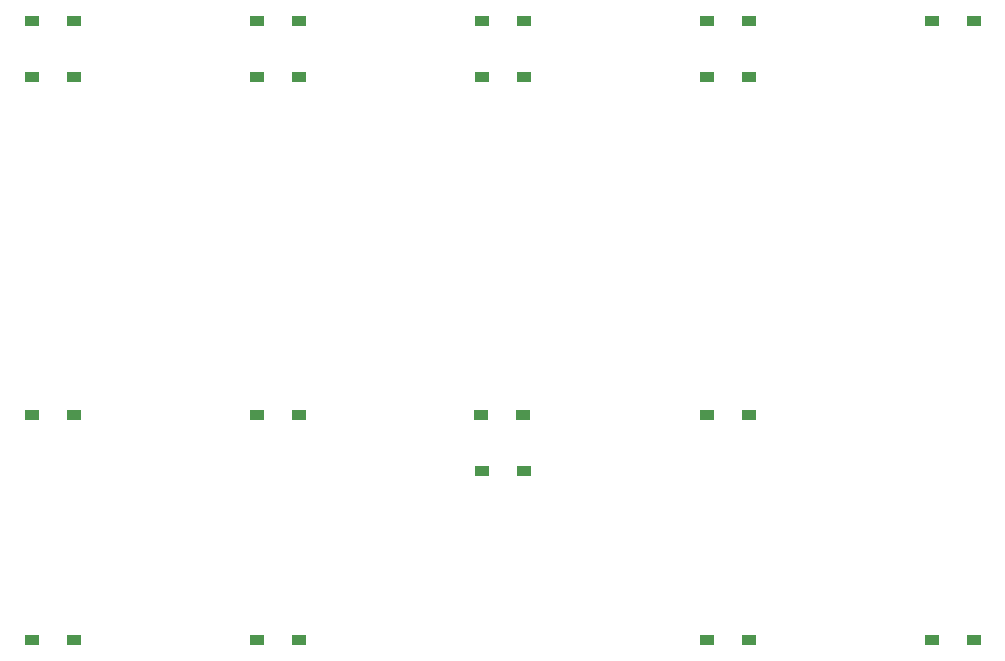
<source format=gbr>
G04 #@! TF.GenerationSoftware,KiCad,Pcbnew,(5.1.2)-2*
G04 #@! TF.CreationDate,2019-12-29T19:31:18+08:00*
G04 #@! TF.ProjectId,redox-receiver,7265646f-782d-4726-9563-65697665722e,rev?*
G04 #@! TF.SameCoordinates,Original*
G04 #@! TF.FileFunction,Paste,Top*
G04 #@! TF.FilePolarity,Positive*
%FSLAX46Y46*%
G04 Gerber Fmt 4.6, Leading zero omitted, Abs format (unit mm)*
G04 Created by KiCad (PCBNEW (5.1.2)-2) date 2019-12-29 19:31:18*
%MOMM*%
%LPD*%
G04 APERTURE LIST*
%ADD10R,1.300000X0.950000*%
G04 APERTURE END LIST*
D10*
X163700000Y-130969000D03*
X160150000Y-130969000D03*
X144650000Y-130969000D03*
X141100000Y-130969000D03*
X125600000Y-116681000D03*
X122050000Y-116681000D03*
X106550000Y-130969000D03*
X103000000Y-130969000D03*
X87500000Y-130969000D03*
X83950000Y-130969000D03*
X144650000Y-111919000D03*
X141100000Y-111919000D03*
X125567000Y-111919000D03*
X122017000Y-111919000D03*
X106550000Y-111919000D03*
X103000000Y-111919000D03*
X87500000Y-111919000D03*
X83950000Y-111919000D03*
X144650000Y-83343800D03*
X141100000Y-83343800D03*
X125600000Y-83343800D03*
X122050000Y-83343800D03*
X106550000Y-83343800D03*
X103000000Y-83343800D03*
X87500000Y-83343800D03*
X83950000Y-83343800D03*
X163700000Y-78581200D03*
X160150000Y-78581200D03*
X144650000Y-78581200D03*
X141100000Y-78581200D03*
X125600000Y-78581200D03*
X122050000Y-78581200D03*
X106550000Y-78581200D03*
X103000000Y-78581200D03*
X87500000Y-78581200D03*
X83950000Y-78581200D03*
M02*

</source>
